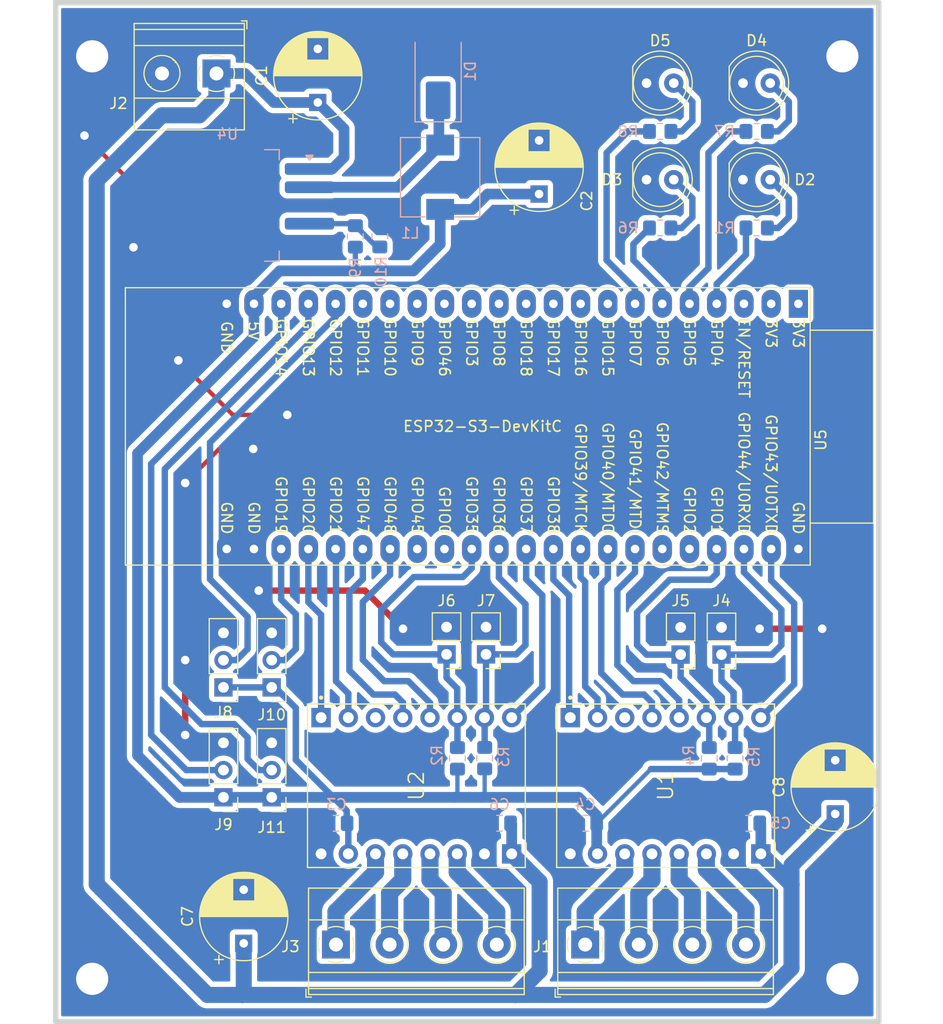
<source format=kicad_pcb>
(kicad_pcb (version 20240108) (generator "pcbnew") (generator_version "8.0")
  (layers (0 "F.Cu" signal) (31 "B.Cu" signal) (34 "B.Paste" user) (35 "F.Paste" user) (36 "B.SilkS" user "B.Silkscreen") (37 "F.SilkS" user "F.Silkscreen") (38 "B.Mask" user) (39 "F.Mask" user) (44 "Edge.Cuts" user))
  (net 0 "")
  (net 1 "GND")
  (net 2 "+5V")
  (net 3 "+12V")
  (net 4 "Net-(D1-K)")
  (net 5 "/2_MS2")
  (net 6 "/2_MS1")
  (net 7 "/1_DIR")
  (net 8 "/1_1B")
  (net 9 "/1_2B")
  (net 10 "/1_2A")
  (net 11 "/1_1A")
  (net 12 "/2_1B")
  (net 13 "/2_2A")
  (net 14 "/2_2B")
  (net 15 "/2_1A")
  (net 16 "/1_STEP")
  (net 17 "/1_MS2")
  (net 18 "/1_MS1")
  (net 19 "/IO_1")
  (net 20 "/2_DIR")
  (net 21 "/2_STEP")
  (net 22 "/IO_2")
  (net 23 "/IO_3")
  (net 24 "/IO_4")
  (net 25 "/1_EN")
  (net 26 "/2_EN")
  (net 27 "Net-(D2-A)")
  (net 28 "Net-(D3-A)")
  (net 29 "Net-(D4-A)")
  (net 30 "Net-(D5-A)")
  (net 31 "/LED1")
  (net 32 "/LED2")
  (net 33 "/LED3")
  (net 34 "/LED4")
  (net 38 "Net-(U5-3V3-Pad1)")
  (net 49 "/1_UART1")
  (net 50 "/1_UART2")
  (net 51 "/2_UART1")
  (net 52 "/2_UART2")
  (net 55 "Net-(U4-FB)")
  (footprint "LED_THT:LED_D5.0mm" (layer "F.Cu") (at 149.724998 67.5)
    (property "Reference" "D5")
    (property "Value" "LED")
  )
  (footprint "LED_THT:LED_D5.0mm" (layer "F.Cu") (at 149.724998 76.5)
    (property "Reference" "D3")
    (property "Value" "LED")
  )
  (footprint "TerminalBlock_Phoenix:TerminalBlock_Phoenix_MKDS-1,5-4_1x04_P5.00mm_Horizontal" (layer "F.Cu") (at 143.999998 147.805)
    (property "Reference" "J1")
    (property "Value" "Conn_01x04_Socket")
  )
  (footprint "ESP32:ESP32-S3-DevKitC" (layer "F.Cu") (at 163.892078 88.07 -90)
    (property "Reference" "U5")
    (property "Value" "ESP32-S3-DevKitC")
  )
  (footprint "pcb:MODULE_TMC2208_SILENTSTEPSTICK" (layer "F.Cu") (at 151.499998 133 90)
    (property "Reference" "U1")
    (property "Value" "TMC2208_SILENTSTEPSTICK")
  )
  (footprint "Capacitor_THT:CP_Radial_D8.0mm_P5.00mm" (layer "F.Cu") (at 119.049998 69.305302 90)
    (property "Reference" "C1")
    (property "Value" "680uF")
  )
  (footprint "Connector_PinHeader_2.54mm:PinHeader_1x03_P2.54mm_Vertical" (layer "F.Cu") (at 114.749998 123.83 180)
    (property "Reference" "J10")
    (property "Value" "Conn_01x03_Socket")
  )
  (footprint "Capacitor_THT:CP_Radial_D8.0mm_P5.00mm" (layer "F.Cu") (at 167.328649 135.625651 90)
    (property "Reference" "C8")
    (property "Value" "680uF")
  )
  (footprint "TerminalBlock_Phoenix:TerminalBlock_Phoenix_MKDS-1,5-4_1x04_P5.00mm_Horizontal" (layer "F.Cu") (at 120.749998 147.805)
    (property "Reference" "J3")
    (property "Value" "Conn_01x04_Socket")
  )
  (footprint "Capacitor_THT:CP_Radial_D8.0mm_P5.00mm" (layer "F.Cu") (at 139.699998 77.840651 90)
    (property "Reference" "C2")
    (property "Value" "470uF")
  )
  (footprint "Connector_PinHeader_2.54mm:PinHeader_1x02_P2.54mm_Vertical" (layer "F.Cu") (at 156.717998 120.775 180)
    (property "Reference" "J4")
    (property "Value" "Conn_01x02_Pin")
  )
  (footprint "Connector_PinHeader_2.54mm:PinHeader_1x02_P2.54mm_Vertical" (layer "F.Cu") (at 152.907998 120.775 180)
    (property "Reference" "J5")
    (property "Value" "Conn_01x02_Pin")
  )
  (footprint "Connector_PinHeader_2.54mm:PinHeader_1x02_P2.54mm_Vertical" (layer "F.Cu") (at 131.063998 120.75 180)
    (property "Reference" "J6")
    (property "Value" "Conn_01x02_Pin")
  )
  (footprint "LED_THT:LED_D5.0mm" (layer "F.Cu") (at 158.724998 67.5)
    (property "Reference" "D4")
    (property "Value" "LED")
  )
  (footprint "Connector_PinHeader_2.54mm:PinHeader_1x03_P2.54mm_Vertical" (layer "F.Cu") (at 110.249998 123.83 180)
    (property "Reference" "J8")
    (property "Value" "Conn_01x03_Socket")
  )
  (footprint "Connector_PinHeader_2.54mm:PinHeader_1x02_P2.54mm_Vertical" (layer "F.Cu") (at 134.749998 120.75 180)
    (property "Reference" "J7")
    (property "Value" "Conn_01x02_Pin")
  )
  (footprint "pcb:MODULE_TMC2208_SILENTSTEPSTICK" (layer "F.Cu") (at 128.249998 133 90)
    (property "Reference" "U2")
    (property "Value" "TMC2208_SILENTSTEPSTICK")
  )
  (footprint "Capacitor_THT:CP_Radial_D8.0mm_P5.00mm" (layer "F.Cu") (at 112.140998 147.690651 90)
    (property "Reference" "C7")
    (property "Value" "680uF")
  )
  (footprint "LED_THT:LED_D5.0mm" (layer "F.Cu") (at 158.724998 76.5)
    (property "Reference" "D2")
    (property "Value" "LED")
  )
  (footprint "Connector_PinHeader_2.54mm:PinHeader_1x03_P2.54mm_Vertical" (layer "F.Cu") (at 110.249998 134.08 180)
    (property "Reference" "J9")
    (property "Value" "Conn_01x03_Socket")
  )
  (footprint "TerminalBlock_Phoenix:TerminalBlock_Phoenix_MKDS-1,5-2-5.08_1x02_P5.08mm_Horizontal" (layer "F.Cu") (at 109.594998 66.597651 180)
    (property "Reference" "J2")
    (property "Value" "Conn_01x02_Socket")
  )
  (footprint "Connector_PinHeader_2.54mm:PinHeader_1x03_P2.54mm_Vertical" (layer "F.Cu") (at 114.749998 134.08 180)
    (property "Reference" "J11")
    (property "Value" "Conn_01x03_Socket")
  )
  (footprint "Resistor_SMD:R_0805_2012Metric_Pad1.20x1.40mm_HandSolder" (layer "B.Cu") (at 157.987998 130.445 -90)
    (property "Reference" "R5")
    (property "Value" "R")
  )
  (footprint "Resistor_SMD:R_0805_2012Metric_Pad1.20x1.40mm_HandSolder" (layer "B.Cu") (at 159.999998 81 180)
    (property "Reference" "R1")
    (property "Value" "R")
  )
  (footprint "Inductor_SMD:L_7.3x7.3_H4.5" (layer "B.Cu") (at 130.469998 76.269651 -90)
    (property "Reference" "L1")
    (property "Value" "L")
  )
  (footprint "Resistor_SMD:R_0805_2012Metric_Pad1.20x1.40mm_HandSolder" (layer "B.Cu") (at 159.999998 72 180)
    (property "Reference" "R7")
    (property "Value" "R")
  )
  (footprint "Package_TO_SOT_SMD:TO-263-5_TabPin3" (layer "B.Cu") (at 110.624998 78.902651 180)
    (property "Reference" "U4")
    (property "Value" "LM2596S-5")
  )
  (footprint "Resistor_SMD:R_0805_2012Metric_Pad1.20x1.40mm_HandSolder" (layer "B.Cu") (at 122.554998 81.788 -90)
    (property "Reference" "R9")
    (property "Value" "R")
  )
  (footprint "Resistor_SMD:R_0805_2012Metric_Pad1.20x1.40mm_HandSolder" (layer "B.Cu") (at 150.999998 72 180)
    (property "Reference" "R8")
    (property "Value" "R")
  )
  (footprint "Resistor_SMD:R_0805_2012Metric_Pad1.20x1.40mm_HandSolder" (layer "B.Cu") (at 132.079998 130.445 -90)
    (property "Reference" "R2")
    (property "Value" "R")
  )
  (footprint "Capacitor_SMD:C_0805_2012Metric_Pad1.18x1.45mm_HandSolder" (layer "B.Cu") (at 159.249998 136.5)
    (property "Reference" "C5")
    (property "Value" "100nF")
  )
  (footprint "Resistor_SMD:R_0805_2012Metric_Pad1.20x1.40mm_HandSolder" (layer "B.Cu") (at 155.574998 130.445 -90)
    (property "Reference" "R4")
    (property "Value" "R")
  )
  (footprint "Capacitor_SMD:C_0805_2012Metric_Pad1.18x1.45mm_HandSolder" (layer "B.Cu") (at 144.037498 136.5)
    (property "Reference" "C4")
    (property "Value" "100nF")
  )
  (footprint "Resistor_SMD:R_0805_2012Metric_Pad1.20x1.40mm_HandSolder" (layer "B.Cu") (at 124.840998 81.772 -90)
    (property "Reference" "R10")
    (property "Value" "R")
  )
  (footprint "Diode_SMD:D_SMB_Handsoldering" (layer "B.Cu") (at 130.279498 66.3985 90)
    (property "Reference" "D1")
    (property "Value" "D_Schottky")
  )
  (footprint "Resistor_SMD:R_0805_2012Metric_Pad1.20x1.40mm_HandSolder" (layer "B.Cu") (at 150.999998 81 180)
    (property "Reference" "R6")
    (property "Value" "R")
  )
  (footprint "Capacitor_SMD:C_0805_2012Metric_Pad1.18x1.45mm_HandSolder" (layer "B.Cu") (at 135.999998 136.5)
    (property "Reference" "C6")
    (property "Value" "100nF")
  )
  (footprint "Resistor_SMD:R_0805_2012Metric_Pad1.20x1.40mm_HandSolder" (layer "B.Cu") (at 134.619998 130.429 -90)
    (property "Reference" "R3")
    (property "Value" "R")
  )
  (footprint "Capacitor_SMD:C_0805_2012Metric_Pad1.18x1.45mm_HandSolder" (layer "B.Cu") (at 120.749998 136.5)
    (property "Reference" "C3")
    (property "Value" "100nF")
  )
  (gr_rect (start 94.599998 60) (end 171.399998 155) (stroke (width 0.5)) (fill none) (layer "Edge.Cuts"))
  (segment (start 106.679998 121.285) (end 106.679998 128.27) (width 0.6) (layer "F.Cu") (net 1))
  (segment (start 106.679998 104.775) (end 109.854998 101.6) (width 0.4) (layer "F.Cu") (net 1))
  (segment (start 109.854998 101.6) (end 113.029998 101.6) (width 0.4) (layer "F.Cu") (net 1))
  (segment (start 106.044998 93.345) (end 111.124998 98.425) (width 0.4) (layer "F.Cu") (net 1))
  (segment (start 97.281998 72.39) (end 101.853998 76.962) (width 0.4) (layer "F.Cu") (net 1))
  (segment (start 160.273998 118.364) (end 166.115998 118.364) (width 0.6) (layer "F.Cu") (net 1))
  (segment (start 123.443998 114.808) (end 126.999998 118.364) (width 0.6) (layer "F.Cu") (net 1))
  (segment (start 111.124998 98.425) (end 116.204998 98.425) (width 0.4) (layer "F.Cu") (net 1))
  (segment (start 113.537998 114.808) (end 123.443998 114.808) (width 0.6) (layer "F.Cu") (net 1))
  (segment (start 101.853998 76.962) (end 101.853998 82.804) (width 0.4) (layer "F.Cu") (net 1))
  (via (at 106.679998 128.27) (size 1.6) (drill 0.8) (layers "F.Cu" "B.Cu") (net 1))
  (via (at 113.537998 114.808) (size 1.6) (drill 0.8) (layers "F.Cu" "B.Cu") (net 1))
  (via (at 106.679998 121.285) (size 1.6) (drill 0.8) (layers "F.Cu" "B.Cu") (net 1))
  (via (at 97.999998 65) (size 4.2) (drill 3) (layers "F.Cu" "B.Cu") (net 1))
  (via (at 106.044998 93.345) (size 1.6) (drill 0.8) (layers "F.Cu" "B.Cu") (net 1))
  (via (at 113.029998 101.6) (size 1.6) (drill 0.8) (layers "F.Cu" "B.Cu") (net 1))
  (via (at 101.853998 82.804) (size 1.6) (drill 0.8) (layers "F.Cu" "B.Cu") (net 1))
  (via (at 166.115998 118.364) (size 1.6) (drill 0.8) (layers "F.Cu" "B.Cu") (net 1))
  (via (at 167.999998 151) (size 4.2) (drill 3) (layers "F.Cu" "B.Cu") (net 1))
  (via (at 106.679998 104.775) (size 1.6) (drill 0.8) (layers "F.Cu" "B.Cu") (net 1))
  (via (at 97.999998 151) (size 4.2) (drill 3) (layers "F.Cu" "B.Cu") (net 1))
  (via (at 160.273998 118.364) (size 1.6) (drill 0.8) (layers "F.Cu" "B.Cu") (net 1))
  (via (at 116.204998 98.425) (size 1.6) (drill 0.8) (layers "F.Cu" "B.Cu") (net 1))
  (via (at 97.281998 72.39) (size 1.6) (drill 0.8) (layers "F.Cu" "B.Cu") (net 1))
  (via (at 126.999998 118.364) (size 1.6) (drill 0.8) (layers "F.Cu" "B.Cu") (net 1))
  (via (at 167.999998 65) (size 4.2) (drill 3) (layers "F.Cu" "B.Cu") (net 1))
  (segment (start 130.469998 82.509) (end 130.469998 79.269651) (width 1) (layer "B.Cu") (net 2))
  (segment (start 150.129998 131.445) (end 145.074998 136.5) (width 0.4) (layer "B.Cu") (net 2))
  (segment (start 132.079998 133.826) (end 131.825998 134.08) (width 0.4) (layer "B.Cu") (net 2))
  (segment (start 116.999998 130.58) (end 120.499998 134.08) (width 0.6) (layer "B.Cu") (net 2))
  (segment (start 133.469998 79.269651) (end 134.898998 77.840651) (width 1) (layer "B.Cu") (net 2))
  (segment (start 115.499998 85) (end 122.554998 85) (width 1) (layer "B.Cu") (net 2))
  (segment (start 131.825998 134.08) (end 134.365998 134.08) (width 1) (layer "B.Cu") (net 2))
  (segment (start 130.469998 79.269651) (end 133.469998 79.269651) (width 1) (layer "B.Cu") (net 2))
  (segment (start 127.978998 85) (end 130.469998 82.509) (width 1) (layer "B.Cu") (net 2))
  (segment (start 110.249998 123.83) (end 114.749998 123.83) (width 0.6) (layer "B.Cu") (net 2))
  (segment (start 120.499998 134.08) (end 121.749998 135.33) (width 0.6) (layer "B.Cu") (net 2))
  (segment (start 113.094798 91.1552) (end 102.234998 102.015) (width 1) (layer "B.Cu") (net 2))
  (segment (start 113.094798 88.06632) (end 113.094798 87.4052) (width 1) (layer "B.Cu") (net 2))
  (segment (start 113.094798 88.06632) (end 113.094798 91.1552) (width 1) (layer "B.Cu") (net 2))
  (segment (start 134.619998 133.826) (end 134.365998 134.08) (width 0.4) (layer "B.Cu") (net 2))
  (segment (start 110.249998 134.08) (end 114.749998 134.08) (width 1) (layer "B.Cu") (net 2))
  (segment (start 145.074998 135.775) (end 145.074998 136.5) (width 1) (layer "B.Cu") (net 2))
  (segment (start 134.365998 134.08) (end 143.379998 134.08) (width 1) (layer "B.Cu") (net 2))
  (segment (start 102.234998 102.015) (end 102.234998 130.175) (width 1) (layer "B.Cu") (net 2))
  (segment (start 134.619998 131.429) (end 134.619998 133.826) (width 0.4) (layer "B.Cu") (net 2))
  (segment (start 116.999998 125.75) (end 116.999998 130.58) (width 0.6) (layer "B.Cu") (net 2))
  (segment (start 122.554998 85) (end 127.978998 85) (width 1) (layer "B.Cu") (net 2))
  (segment (start 157.987998 131.445) (end 150.129998 131.445) (width 0.6) (layer "B.Cu") (net 2))
  (segment (start 121.749998 135.33) (end 121.749998 136.5) (width 0.6) (layer "B.Cu") (net 2))
  (segment (start 145.074998 136.5) (end 145.074998 139.275) (width 1) (layer "B.Cu") (net 2))
  (segment (start 143.379998 134.08) (end 145.074998 135.775) (width 1) (layer "B.Cu") (net 2))
  (segment (start 115.079998 123.83) (end 116.999998 125.75) (width 0.6) (layer "B.Cu") (net 2))
  (segment (start 106.139998 134.08) (end 110.249998 134.08) (width 1) (layer "B.Cu") (net 2))
  (segment (start 114.749998 134.08) (end 131.825998 134.08) (width 1) (layer "B.Cu") (net 2))
  (segment (start 121.899998 136.65) (end 121.749998 136.5) (width 0.6) (layer "B.Cu") (net 2))
  (segment (start 145.074998 139.275) (end 145.149998 139.35) (width 1) (layer "B.Cu") (net 2))
  (segment (start 102.234998 130.175) (end 106.139998 134.08) (width 1) (layer "B.Cu") (net 2))
  (segment (start 122.554998 82.788) (end 122.554998 85) (width 0.5) (layer "B.Cu") (net 2))
  (segment (start 114.749998 123.83) (end 115.079998 123.83) (width 0.6) (layer "B.Cu") (net 2))
  (segment (start 134.898998 77.840651) (end 139.699998 77.840651) (width 1) (layer "B.Cu") (net 2))
  (segment (start 121.899998 139.35) (end 121.899998 136.65) (width 0.6) (layer "B.Cu") (net 2))
  (segment (start 132.079998 131.445) (end 132.079998 133.826) (width 0.4) (layer "B.Cu") (net 2))
  (segment (start 113.094798 87.4052) (end 115.499998 85) (width 1) (layer "B.Cu") (net 2))
  (segment (start 119.049998 69.305302) (end 121.499998 71.755302) (width 1) (layer "B.Cu") (net 3))
  (segment (start 163.249998 142.21) (end 163.249998 140.407) (width 1.5) (layer "B.Cu") (net 3))
  (segment (start 160.749998 152.5) (end 163.249998 150) (width 1.5) (layer "B.Cu") (net 3))
  (segment (start 121.499998 74.402651) (end 120.399998 75.502651) (width 1) (layer "B.Cu") (net 3))
  (segment (start 109.594998 66.597651) (end 109.594998 68.905) (width 1.5) (layer "B.Cu") (net 3))
  (segment (start 167.328649 136.328349) (end 167.328649 135.625651) (width 1.5) (layer "B.Cu") (net 3))
  (segment (start 137.499998 152.5) (end 139.749998 150.25) (width 1.5) (layer "B.Cu") (net 3))
  (segment (start 163.249998 140.407) (end 167.328649 136.328349) (width 1.5) (layer "B.Cu") (net 3))
  (segment (start 160.389998 139.35) (end 160.389998 136.6025) (width 1) (layer "B.Cu") (net 3))
  (segment (start 107.999998 70.5) (end 104.499998 70.5) (width 1.5) (layer "B.Cu") (net 3))
  (segment (start 112.013998 152.5) (end 112.140998 152.373) (width 1.5) (layer "B.Cu") (net 3))
  (segment (start 121.499998 71.755302) (end 121.499998 74.402651) (width 1) (layer "B.Cu") (net 3))
  (segment (start 139.749998 150.25) (end 139.749998 141.96) (width 1.5) (layer "B.Cu") (net 3))
  (segment (start 98.424998 76.575) (end 98.424998 142.175) (width 1.5) (layer "B.Cu") (net 3))
  (segment (start 98.424998 142.175) (end 108.749998 152.5) (width 1.5) (layer "B.Cu") (net 3))
  (segment (start 120.399998 75.502651) (end 118.274998 75.502651) (width 1) (layer "B.Cu") (net 3))
  (segment (start 104.499998 70.5) (end 98.424998 76.575) (width 1.5) (layer "B.Cu") (net 3))
  (segment (start 109.594998 66.597651) (end 112.244998 66.597651) (width 1) (layer "B.Cu") (net 3))
  (segment (start 112.140998 152.373) (end 112.140998 147.690651) (width 1.5) (layer "B.Cu") (net 3))
  (segment (start 163.249998 142.21) (end 160.389998 139.35) (width 1.5) (layer "B.Cu") (net 3))
  (segment (start 137.499998 152.5) (end 160.749998 152.5) (width 1.5) (layer "B.Cu") (net 3))
  (segment (start 112.244998 66.597651) (end 114.952649 69.305302) (width 1) (layer "B.Cu") (net 3))
  (segment (start 137.139998 136.6025) (end 137.037498 136.5) (width 1) (layer "B.Cu") (net 3))
  (segment (start 137.139998 139.35) (end 137.139998 136.6025) (width 1) (layer "B.Cu") (net 3))
  (segment (start 108.749998 152.5) (end 112.013998 152.5) (width 1.5) (layer "B.Cu") (net 3))
  (segment (start 139.749998 141.96) (end 137.139998 139.35) (width 1.5) (layer "B.Cu") (net 3))
  (segment (start 163.249998 150) (end 163.249998 142.21) (width 1.5) (layer "B.Cu") (net 3))
  (segment (start 109.594998 68.905) (end 107.999998 70.5) (width 1.5) (layer "B.Cu") (net 3))
  (segment (start 114.952649 69.305302) (end 119.049998 69.305302) (width 1) (layer "B.Cu") (net 3))
  (segment (start 112.013998 152.5) (end 137.499998 152.5) (width 1.5) (layer "B.Cu") (net 3))
  (segment (start 160.389998 136.6025) (end 160.287498 136.5) (width 1) (layer "B.Cu") (net 3))
  (segment (start 126.536998 77.202651) (end 126.669998 77.069651) (width 1) (layer "B.Cu") (net 4))
  (segment (start 130.469998 73.269651) (end 130.349998 73.149651) (width 1) (layer "B.Cu") (net 4))
  (segment (start 126.669998 77.069651) (end 130.469998 73.269651) (width 1) (layer "B.Cu") (net 4))
  (segment (start 118.274998 77.202651) (end 126.536998 77.202651) (width 1) (layer "B.Cu") (net 4))
  (segment (start 130.349998 69.169) (end 130.279498 69.0985) (width 1) (layer "B.Cu") (net 4))
  (segment (start 130.349998 73.149651) (end 130.349998 69.169) (width 1) (layer "B.Cu") (net 4))
  (segment (start 126.083998 120.75) (end 124.967998 119.634) (width 0.6) (layer "B.Cu") (net 5))
  (segment (start 131.063998 120.75) (end 131.063998 122.936) (width 0.6) (layer "B.Cu") (net 5))
  (segment (start 124.967998 119.634) (end 124.967998 116.586) (width 0.6) (layer "B.Cu") (net 5))
  (segment (start 132.059998 123.932) (end 132.059998 126.625) (width 0.6) (layer "B.Cu") (net 5))
  (segment (start 131.063998 120.75) (end 126.083998 120.75) (width 0.6) (layer "B.Cu") (net 5))
  (segment (start 131.063998 122.936) (end 132.059998 123.932) (width 0.6) (layer "B.Cu") (net 5))
  (segment (start 133.412078 112.71392) (end 133.412078 110.93) (width 0.6) (layer "B.Cu") (net 5))
  (segment (start 132.587998 113.538) (end 133.412078 112.71392) (width 0.6) (layer "B.Cu") (net 5))
  (segment (start 132.079998 129.445) (end 132.079998 126.67) (width 0.6) (layer "B.Cu") (net 5))
  (segment (start 132.079998 126.67) (end 132.059998 126.65) (width 0.6) (layer "B.Cu") (net 5))
  (segment (start 128.015998 113.538) (end 132.587998 113.538) (width 0.6) (layer "B.Cu") (net 5))
  (segment (start 124.967998 116.586) (end 128.015998 113.538) (width 0.6) (layer "B.Cu") (net 5))
  (segment (start 134.749998 120.75) (end 137.567998 120.75) (width 0.6) (layer "B.Cu") (net 6))
  (segment (start 134.749998 126.475) (end 134.599998 126.625) (width 0.6) (layer "B.Cu") (net 6))
  (segment (start 138.429998 116.078) (end 135.952078 113.60008) (width 0.6) (layer "B.Cu") (net 6))
  (segment (start 134.619998 126.67) (end 134.599998 126.65) (width 0.6) (layer "B.Cu") (net 6))
  (segment (start 137.567998 120.75) (end 138.429998 119.888) (width 0.6) (layer "B.Cu") (net 6))
  (segment (start 134.619998 129.429) (end 134.619998 126.67) (width 0.6) (layer "B.Cu") (net 6))
  (segment (start 138.429998 119.888) (end 138.429998 116.078) (width 0.6) (layer "B.Cu") (net 6))
  (segment (start 135.952078 113.60008) (end 135.952078 110.93) (width 0.6) (layer "B.Cu") (net 6))
  (segment (start 134.749998 120.75) (end 134.749998 126.475) (width 0.6) (layer "B.Cu") (net 6))
  (segment (start 142.499998 115.25) (end 141.032078 113.78208) (width 0.6) (layer "B.Cu") (net 7))
  (segment (start 142.609998 126.65) (end 142.499998 126.54) (width 0.6) (layer "B.Cu") (net 7))
  (segment (start 141.032078 113.78208) (end 141.032078 110.93) (width 0.6) (layer "B.Cu") (net 7))
  (segment (start 142.499998 126.54) (end 142.499998 115.25) (width 0.6) (layer "B.Cu") (net 7))
  (segment (start 148.999998 143) (end 148.999998 147.805) (width 1.6) (layer "B.Cu") (net 8))
  (segment (start 150.229998 139.35) (end 150.229998 141.77) (width 1.6) (layer "B.Cu") (net 8))
  (segment (start 150.229998 141.77) (end 148.999998 143) (width 1.6) (layer "B.Cu") (net 8))
  (segment (start 147.689998 141.06) (end 143.999998 144.75) (width 1.6) (layer "B.Cu") (net 9))
  (segment (start 143.999998 144.75) (end 143.999998 147.805) (width 1.6) (layer "B.Cu") (net 9))
  (segment (start 147.689998 139.35) (end 147.689998 141.06) (width 1.6) (layer "B.Cu") (net 9))
  (segment (start 155.309998 139.35) (end 155.309998 140.81) (width 1.6) (layer "B.Cu") (net 10))
  (segment (start 155.309998 140.81) (end 158.999998 144.5) (width 1.6) (layer "B.Cu") (net 10))
  (segment (start 158.999998 144.5) (end 158.999998 147.805) (width 1.6) (layer "B.Cu") (net 10))
  (segment (start 153.999998 143) (end 153.999998 147.805) (width 1.6) (layer "B.Cu") (net 11))
  (segment (start 152.769998 139.35) (end 152.769998 141.77) (width 1.6) (layer "B.Cu") (net 11))
  (segment (start 152.769998 141.77) (end 153.999998 143) (width 1.6) (layer "B.Cu") (net 11))
  (segment (start 126.979998 141.77) (end 125.749998 143) (width 1.6) (layer "B.Cu") (net 12))
  (segment (start 126.979998 139.35) (end 126.979998 141.77) (width 1.6) (layer "B.Cu") (net 12))
  (segment (start 125.749998 143) (end 125.749998 147.805) (width 1.6) (layer "B.Cu") (net 12))
  (segment (start 132.059998 139.35) (end 132.059998 141.06) (width 1.6) (layer "B.Cu") (net 13))
  (segment (start 132.059998 141.06) (end 135.749998 144.75) (width 1.6) (layer "B.Cu") (net 13))
  (segment (start 135.749998 144.75) (end 135.749998 147.805) (width 1.6) (layer "B.Cu") (net 13))
  (segment (start 120.749998 144.75) (end 120.749998 147.805) (width 1.6) (layer "B.Cu") (net 14))
  (segment (start 124.439998 139.35) (end 124.439998 141.06) (width 1.6) (layer "B.Cu") (net 14))
  (segment (start 124.439998 141.06) (end 120.749998 144.75) (width 1.6) (layer "B.Cu") (net 14))
  (segment (start 129.519998 139.35) (end 129.519998 141.77) (width 1.6) (layer "B.Cu") (net 15))
  (segment (start 129.519998 141.77) (end 130.749998 143) (width 1.6) (layer "B.Cu") (net 15))
  (segment (start 130.749998 143) (end 130.749998 147.805) (width 1.6) (layer "B.Cu") (net 15))
  (segment (start 145.149998 124.9) (end 143.999998 123.75) (width 0.6) (layer "B.Cu") (net 16))
  (segment (start 143.999998 114) (end 143.572078 113.57208) (width 0.6) (layer "B.Cu") (net 16))
  (segment (start 145.149998 126.65) (end 145.149998 124.9) (width 0.6) (layer "B.Cu") (net 16))
  (segment (start 143.572078 113.57208) (end 143.572078 110.93) (width 0.6) (layer "B.Cu") (net 16))
  (segment (start 143.999998 123.75) (end 143.999998 114) (width 0.6) (layer "B.Cu") (net 16))
  (segment (start 155.574998 126.915) (end 155.309998 126.65) (width 0.6) (layer "B.Cu") (net 17))
  (segment (start 155.701998 113.792) (end 151.891998 113.792) (width 0.6) (layer "B.Cu") (net 17))
  (segment (start 152.907998 120.775) (end 152.907998 122.908) (width 0.6) (layer "B.Cu") (net 17))
  (segment (start 148.843998 119.888) (end 149.730998 120.775) (width 0.6) (layer "B.Cu") (net 17))
  (segment (start 156.272078 110.93) (end 156.272078 113.22192) (width 0.6) (layer "B.Cu") (net 17))
  (segment (start 152.907998 122.908) (end 155.309998 125.31) (width 0.6) (layer "B.Cu") (net 17))
  (segment (start 155.309998 125.31) (end 155.309998 126.65) (width 0.6) (layer "B.Cu") (net 17))
  (segment (start 155.574998 129.445) (end 155.574998 126.915) (width 0.6) (layer "B.Cu") (net 17))
  (segment (start 148.843998 116.84) (end 148.843998 119.888) (width 0.6) (layer "B.Cu") (net 17))
  (segment (start 149.730998 120.775) (end 152.907998 120.775) (width 0.6) (layer "B.Cu") (net 17))
  (segment (start 156.272078 113.22192) (end 155.701998 113.792) (width 0.6) (layer "B.Cu") (net 17))
  (segment (start 151.891998 113.792) (end 148.843998 116.84) (width 0.6) (layer "B.Cu") (net 17))
  (segment (start 162.305998 119.888) (end 161.418998 120.775) (width 0.6) (layer "B.Cu") (net 18))
  (segment (start 156.717998 120.775) (end 156.717998 123.19) (width 0.6) (layer "B.Cu") (net 18))
  (segment (start 161.418998 120.775) (end 156.717998 120.775) (width 0.6) (layer "B.Cu") (net 18))
  (segment (start 156.717998 123.19) (end 157.849998 124.322) (width 0.6) (layer "B.Cu") (net 18))
  (segment (start 158.812078 113.09208) (end 162.305998 116.586) (width 0.6) (layer "B.Cu") (net 18))
  (segment (start 157.987998 126.788) (end 157.849998 126.65) (width 0.6) (layer "B.Cu") (net 18))
  (segment (start 158.812078 110.93) (end 158.812078 113.09208) (width 0.6) (layer "B.Cu") (net 18))
  (segment (start 162.305998 116.586) (end 162.305998 119.888) (width 0.6) (layer "B.Cu") (net 18))
  (segment (start 157.987998 129.445) (end 157.987998 126.788) (width 0.6) (layer "B.Cu") (net 18))
  (segment (start 157.849998 124.322) (end 157.849998 126.65) (width 0.6) (layer "B.Cu") (net 18))
  (segment (start 112.499998 120.25) (end 111.459998 121.29) (width 0.6) (layer "B.Cu") (net 19))
  (segment (start 120.712078 88.07) (end 120.712078 89.28792) (width 0.6) (layer "B.Cu") (net 19))
  (segment (start 111.459998 121.29) (end 110.249998 121.29) (width 0.6) (layer "B.Cu") (net 19))
  (segment (start 112.499998 117.25) (end 112.499998 120.25) (width 0.6) (layer "B.Cu") (net 19))
  (segment (start 108.999998 113.75) (end 112.499998 117.25) (width 0.6) (layer "B.Cu") (net 19))
  (segment (start 108.999998 101) (end 108.999998 113.75) (width 0.6) (layer "B.Cu") (net 19))
  (segment (start 120.712078 89.28792) (end 108.999998 101) (width 0.6) (layer "B.Cu") (net 19))
  (segment (start 119.359998 117.074) (end 118.172078 115.88608) (width 0.6) (layer "B.Cu") (net 20))
  (segment (start 119.359998 126.65) (end 119.359998 117.074) (width 0.6) (layer "B.Cu") (net 20))
  (segment (start 118.172078 115.88608) (end 118.172078 110.93) (width 0.6) (layer "B.Cu") (net 20))
  (segment (start 121.899998 124.4) (end 120.749998 123.25) (width 0.6) (layer "B.Cu") (net 21))
  (segment (start 120.749998 123.25) (end 120.749998 110.96792) (width 0.6) (layer "B.Cu") (net 21))
  (segment (start 120.749998 110.96792) (end 120.712078 110.93) (width 0.6) (layer "B.Cu") (net 21))
  (segment (start 121.899998 126.65) (end 121.899998 124.4) (width 0.6) (layer "B.Cu") (net 21))
  (segment (start 115.634798 88.06632) (end 115.634798 90.8652) (width 0.6) (layer "B.Cu") (net 22))
  (segment (start 106.774998 131.54) (end 109.499998 131.54) (width 0.6) (layer "B.Cu") (net 22))
  (segment (start 103.504998 102.995) (end 103.504998 128.27) (width 0.6) (layer "B.Cu") (net 22))
  (segment (start 115.634798 90.8652) (end 103.504998 102.995) (width 0.6) (layer "B.Cu") (net 22))
  (segment (start 103.504998 128.27) (end 106.774998 131.54) (width 0.6) (layer "B.Cu") (net 22))
  (segment (start 115.959998 121.29) (end 114.749998 121.29) (width 0.6) (layer "B.Cu") (net 23))
  (segment (start 116.999998 120.25) (end 115.959998 121.29) (width 0.6) (layer "B.Cu") (net 23))
  (segment (start 116.999998 117) (end 116.999998 120.25) (width 0.6) (layer "B.Cu") (net 23))
  (segment (start 115.632078 115.63208) (end 116.999998 117) (width 0.6) (layer "B.Cu") (net 23))
  (segment (start 115.632078 110.93) (end 115.632078 115.63208) (width 0.6) (layer "B.Cu") (net 23))
  (segment (start 113.539998 131.54) (end 114.749998 131.54) (width 0.6) (layer "B.Cu") (net 24))
  (segment (start 112.499998 130.5) (end 113.539998 131.54) (width 0.6) (layer "B.Cu") (net 24))
  (segment (start 104.774998 103.475) (end 104.774998 123.825) (width 0.6) (layer "B.Cu") (net 24))
  (segment (start 118.172078 90.07792) (end 104.774998 103.475) (width 0.6) (layer "B.Cu") (net 24))
  (segment (start 104.774998 123.825) (end 108.203998 127.254) (width 0.6) (layer "B.Cu") (net 24))
  (segment (start 112.499998 128.502) (end 112.499998 130.5) (width 0.6) (layer "B.Cu") (net 24))
  (segment (start 108.203998 127.254) (end 111.251998 127.254) (width 0.6) (layer "B.Cu") (net 24))
  (segment (start 111.251998 127.254) (end 112.499998 128.502) (width 0.6) (layer "B.Cu") (net 24))
  (segment (start 118.172078 88.07) (end 118.172078 90.07792) (width 0.6) (layer "B.Cu") (net 24))
  (segment (start 163.499998 116) (end 161.352078 113.85208) (width 0.6) (layer "B.Cu") (net 25))
  (segment (start 163.499998 123.54) (end 163.499998 116) (width 0.6) (layer "B.Cu") (net 25))
  (segment (start 161.352078 113.85208) (end 161.352078 110.93) (width 0.6) (layer "B.Cu") (net 25))
  (segment (start 160.389998 126.65) (end 163.499998 123.54) (width 0.6) (layer "B.Cu") (net 25))
  (segment (start 138.492078 113.74208) (end 138.492078 110.93) (width 0.6) (layer "B.Cu") (net 26))
  (segment (start 137.139998 126.65) (end 139.999998 123.79) (width 0.6) (layer "B.Cu") (net 26))
  (segment (start 139.999998 115.25) (end 138.492078 113.74208) (width 0.6) (layer "B.Cu") (net 26))
  (segment (start 139.999998 123.79) (end 139.999998 115.25) (width 0.6) (layer "B.Cu") (net 26))
  (segment (start 162.999998 78.235) (end 161.264998 76.5) (width 0.6) (layer "B.Cu") (net 27))
  (segment (start 162.999998 80) (end 162.999998 78.235) (width 0.6) (layer "B.Cu") (net 27))
  (segment (start 160.999998 81) (end 161.999998 81) (width 0.6) (layer "B.Cu") (net 27))
  (segment (start 161.999998 81) (end 162.999998 80) (width 0.6) (layer "B.Cu") (net 27))
  (segment (start 151.999998 81) (end 152.999998 81) (width 0.6) (layer "B.Cu") (net 28))
  (segment (start 152.999998 81) (end 153.999998 80) (width 0.6) (layer "B.Cu") (net 28))
  (segment (start 153.999998 78.235) (end 152.264998 76.5) (width 0.6) (layer "B.Cu") (net 28))
  (segment (start 153.999998 80) (end 153.999998 78.235) (width 0.6) (layer "B.Cu") (net 28))
  (segment (start 160.999998 72) (end 161.999998 72) (width 0.6) (layer "B.Cu") (net 29))
  (segment (start 162.999998 71) (end 162.999998 69.235) (width 0.6) (layer "B.Cu") (net 29))
  (segment (start 162.999998 69.235) (end 161.264998 67.5) (width 0.6) (layer "B.Cu") (net 29))
  (segment (start 161.999998 72) (end 162.999998 71) (width 0.6) (layer "B.Cu") (net 29))
  (segment (start 153.999998 71) (end 153.999998 69.235) (width 0.6) (layer "B.Cu") (net 30))
  (segment (start 151.999998 72) (end 152.999998 72) (width 0.6) (layer "B.Cu") (net 30))
  (segment (start 153.999998 69.235) (end 152.264998 67.5) (width 0.6) (layer "B.Cu") (net 30))
  (segment (start 152.999998 72) (end 153.999998 71) (width 0.6) (layer "B.Cu") (net 30))
  (segment (start 158.999998 83.5) (end 158.999998 81) (width 0.6) (layer "B.Cu") (net 31))
  (segment (start 156.272078 88.07) (end 156.272078 86.22792) (width 0.6) (layer "B.Cu") (net 31))
  (segment (start 156.272078 86.22792) (end 158.999998 83.5) (width 0.6) (layer "B.Cu") (net 31))
  (segment (start 151.192078 88.07) (end 151.192078 86.69208) (width 0.6) (layer "B.Cu") (net 32))
  (segment (start 148.499998 82.5) (end 149.999998 81) (width 0.6) (layer "B.Cu") (net 32))
  (segment (start 151.192078 86.69208) (end 148.499998 84) (width 0.6) (layer "B.Cu") (net 32))
  (segment (start 148.499998 84) (end 148.499998 82.5) (width 0.6) (layer "B.Cu") (net 32))
  (segment (start 155.499998 84.75) (end 155.499998 74) (width 0.6) (layer "B.Cu") (net 33))
  (segment (start 153.732078 86.51792) (end 155.499998 84.75) (width 0.6) (layer "B.Cu") (net 33))
  (segment (start 153.732078 88.07) (end 153.732078 86.51792) (width 0.6) (layer "B.Cu") (net 33))
  (segment (start 157.499998 72) (end 158.999998 72) (width 0.6) (layer "B.Cu") (net 33))
  (segment (start 155.499998 74) (end 157.499998 72) (width 0.6) (layer "B.Cu") (net 33))
  (segment (start 148.652078 86.65208) (end 145.999998 84) (width 0.6) (layer "B.Cu") (net 34))
  (segment (start 147.999998 72) (end 149.999998 72) (width 0.6) (layer "B.Cu") (net 34))
  (segment (start 148.652078 88.07) (end 148.652078 86.65208) (width 0.6) (layer "B.Cu") (net 34))
  (segment (start 145.999998 74) (end 147.999998 72) (width 0.6) (layer "B.Cu") (net 34))
  (segment (start 145.999998 84) (end 145.999998 74) (width 0.6) (layer "B.Cu") (net 34))
  (segment (start 146.112078 113.63792) (end 146.112078 110.93) (width 0.6) (layer "B.Cu") (net 49))
  (segment (start 149.499998 124.5) (end 147.499998 124.5) (width 0.6) (layer "B.Cu") (net 49))
  (segment (start 147.499998 124.5) (end 145.499998 122.5) (width 0.6) (layer "B.Cu") (net 49))
  (segment (start 150.229998 126.65) (end 150.229998 125.23) (width 0.6) (layer "B.Cu") (net 49))
  (segment (start 145.499998 114.25) (end 146.112078 113.63792) (width 0.6) (layer "B.Cu") (net 49))
  (segment (start 150.229998 125.23) (end 149.499998 124.5) (width 0.6) (layer "B.Cu") (net 49))
  (segment (start 145.499998 122.5) (end 145.499998 114.25) (width 0.6) (layer "B.Cu") (net 49))
  (segment (start 146.999998 121.75) (end 146.999998 114.75) (width 0.6) (layer "B.Cu") (net 50))
  (segment (start 150.999998 123.25) (end 148.499998 123.25) (width 0.6) (layer "B.Cu") (net 50))
  (segment (start 152.769998 125.02) (end 150.999998 123.25) (width 0.6) (layer "B.Cu") (net 50))
  (segment (start 148.499998 123.25) (end 146.999998 121.75) (width 0.6) (layer "B.Cu") (net 50))
  (segment (start 146.999998 114.75) (end 148.652078 113.09792) (width 0.6) (layer "B.Cu") (net 50))
  (segment (start 148.652078 113.09792) (end 148.652078 110.93) (width 0.6) (layer "B.Cu") (net 50))
  (segment (start 152.769998 126.65) (end 152.769998 125.02) (width 0.6) (layer "B.Cu") (net 50))
  (segment (start 126.979998 126.65) (end 126.979998 125.27) (width 0.6) (layer "B.Cu") (net 51))
  (segment (start 126.979998 125.27) (end 126.999998 125.25) (width 0.6) (layer "B.Cu") (net 51))
  (segment (start 123.252078 113.72992) (end 123.252078 110.93) (width 0.6) (layer "B.Cu") (net 51))
  (segment (start 126.249998 124.5) (end 124.249998 124.5) (width 0.6) (layer "B.Cu") (net 51))
  (segment (start 121.999998 114.982) (end 123.252078 113.72992) (width 0.6) (layer "B.Cu") (net 51))
  (segment (start 124.249998 124.5) (end 121.999998 122.25) (width 0.6) (layer "B.Cu") (net 51))
  (segment (start 126.999998 125.25) (end 126.249998 124.5) (width 0.6) (layer "B.Cu") (net 51))
  (segment (start 121.999998 122.25) (end 121.999998 114.982) (width 0.6) (layer "B.Cu") (net 51))
  (segment (start 127.499998 123.25) (end 125.249998 123.25) (width 0.6) (layer "B.Cu") (net 52))
  (segment (start 123.249998 115.875) (end 125.792078 113.33292) (width 0.6) (layer "B.Cu") (net 52))
  (segment (start 123.249998 121.25) (end 123.249998 115.875) (width 0.6) (layer "B.Cu") (net 52))
  (segment (start 125.792078 113.33292) (end 125.792078 110.93) (width 0.6) (layer "B.Cu") (net 52))
  (segment (start 129.519998 125.27) (end 127.499998 123.25) (width 0.6) (layer "B.Cu") (net 52))
  (segment (start 125.249998 123.25) (end 123.249998 121.25) (width 0.6) (layer "B.Cu") (net 52))
  (segment (start 129.519998 126.65) (end 129.519998 125.27) (width 0.6) (layer "B.Cu") (net 52))
  (segment (start 118.274998 80.602651) (end 122.369649 80.602651) (width 0.5) (layer "B.Cu") (net 55))
  (segment (start 124.538998 82.772) (end 122.554998 80.788) (width 0.5) (layer "B.Cu") (net 55))
  (segment (start 124.840998 82.772) (end 124.538998 82.772) (width 0.5) (layer "B.Cu") (net 55))
  (segment (start 122.369649 80.602651) (end 122.554998 80.788) (width 0.5) (layer "B.Cu") (net 55))
  (zone (net 1) (net_name "GND") (layer "B.Cu") (connect_pads yes (clearance 0.5)) (min_thickness 0.25) (fill (thermal_gap 0.5) (thermal_bridge_width 0.5) (island_removal_mode 1) (island_area_min 10))
    (polygon (pts (xy 89.399998 60.2) (xy 89.399998 155.2) (xy 177.399998 154.9) (xy 177.399998 59.9) (xy 164.499998 60)))
  )
)
</source>
